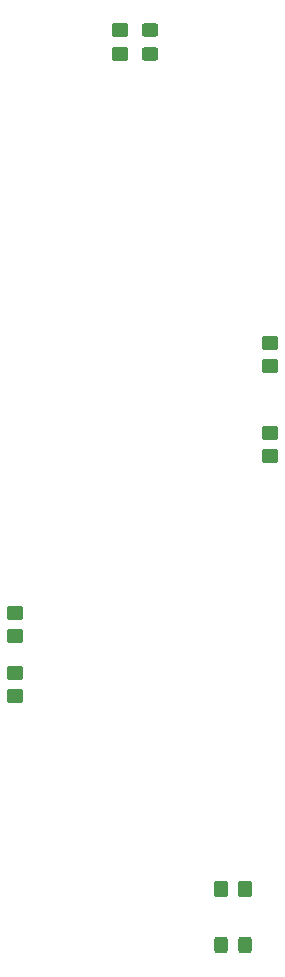
<source format=gbr>
%TF.GenerationSoftware,KiCad,Pcbnew,8.0.3*%
%TF.CreationDate,2024-10-23T15:03:03-04:00*%
%TF.ProjectId,mcu-board,6d63752d-626f-4617-9264-2e6b69636164,rev?*%
%TF.SameCoordinates,Original*%
%TF.FileFunction,Paste,Top*%
%TF.FilePolarity,Positive*%
%FSLAX46Y46*%
G04 Gerber Fmt 4.6, Leading zero omitted, Abs format (unit mm)*
G04 Created by KiCad (PCBNEW 8.0.3) date 2024-10-23 15:03:03*
%MOMM*%
%LPD*%
G01*
G04 APERTURE LIST*
G04 Aperture macros list*
%AMRoundRect*
0 Rectangle with rounded corners*
0 $1 Rounding radius*
0 $2 $3 $4 $5 $6 $7 $8 $9 X,Y pos of 4 corners*
0 Add a 4 corners polygon primitive as box body*
4,1,4,$2,$3,$4,$5,$6,$7,$8,$9,$2,$3,0*
0 Add four circle primitives for the rounded corners*
1,1,$1+$1,$2,$3*
1,1,$1+$1,$4,$5*
1,1,$1+$1,$6,$7*
1,1,$1+$1,$8,$9*
0 Add four rect primitives between the rounded corners*
20,1,$1+$1,$2,$3,$4,$5,0*
20,1,$1+$1,$4,$5,$6,$7,0*
20,1,$1+$1,$6,$7,$8,$9,0*
20,1,$1+$1,$8,$9,$2,$3,0*%
G04 Aperture macros list end*
%ADD10RoundRect,0.250000X-0.450000X0.350000X-0.450000X-0.350000X0.450000X-0.350000X0.450000X0.350000X0*%
%ADD11RoundRect,0.250000X0.450000X-0.350000X0.450000X0.350000X-0.450000X0.350000X-0.450000X-0.350000X0*%
%ADD12RoundRect,0.250000X0.350000X0.450000X-0.350000X0.450000X-0.350000X-0.450000X0.350000X-0.450000X0*%
%ADD13RoundRect,0.250000X-0.325000X-0.450000X0.325000X-0.450000X0.325000X0.450000X-0.325000X0.450000X0*%
%ADD14RoundRect,0.250000X0.450000X-0.325000X0.450000X0.325000X-0.450000X0.325000X-0.450000X-0.325000X0*%
G04 APERTURE END LIST*
D10*
%TO.C,R4*%
X154305000Y-82820000D03*
X154305000Y-84820000D03*
%TD*%
D11*
%TO.C,R5*%
X163210000Y-35500000D03*
X163210000Y-33500000D03*
%TD*%
D10*
%TO.C,R3*%
X154305000Y-87900000D03*
X154305000Y-89900000D03*
%TD*%
D11*
%TO.C,R1*%
X175895000Y-61960000D03*
X175895000Y-59960000D03*
%TD*%
%TO.C,R2*%
X175895000Y-69580000D03*
X175895000Y-67580000D03*
%TD*%
D12*
%TO.C,R6*%
X173750000Y-106250000D03*
X171750000Y-106250000D03*
%TD*%
D13*
%TO.C,D2*%
X171725000Y-111000000D03*
X173775000Y-111000000D03*
%TD*%
D14*
%TO.C,D1*%
X165750000Y-35525000D03*
X165750000Y-33475000D03*
%TD*%
M02*

</source>
